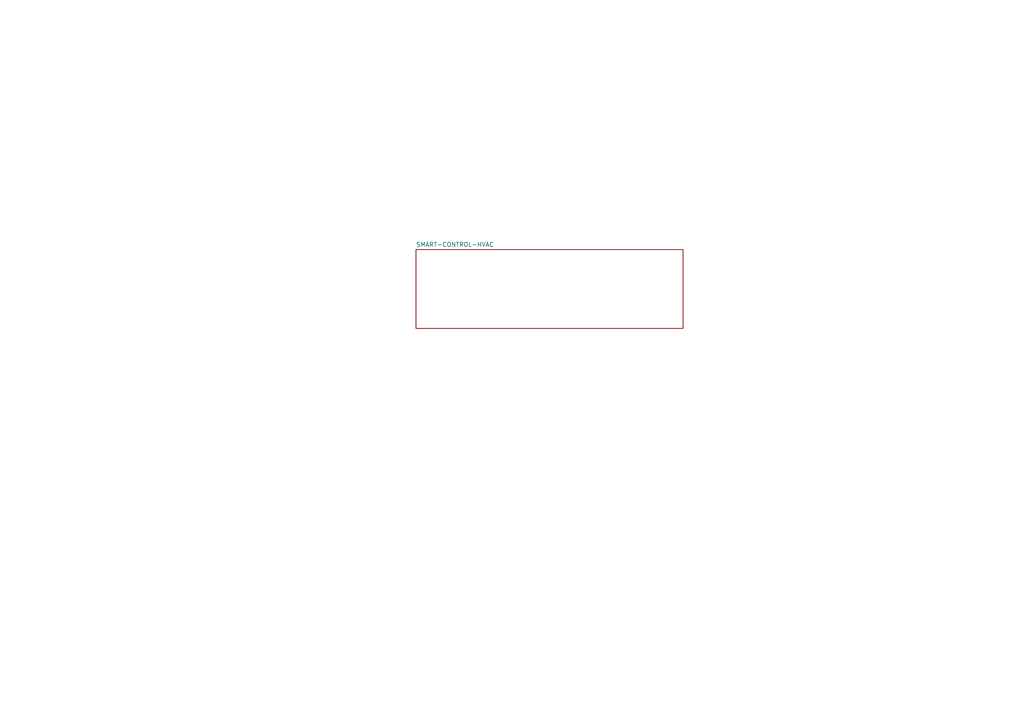
<source format=kicad_sch>
(kicad_sch (version 20230121) (generator eeschema)

  (uuid b66868b8-c283-4ef1-82e8-af9f092560ee)

  (paper "A4")

  (lib_symbols
  )


  (sheet (at 120.65 72.39) (size 77.47 22.86) (fields_autoplaced)
    (stroke (width 0.1524) (type solid))
    (fill (color 0 0 0 0.0000))
    (uuid a72b2232-0de7-4df7-b592-ee0f1cdb2f92)
    (property "Sheetname" "SMART-CONTROL-HVAC" (at 120.65 71.6784 0)
      (effects (font (size 1.27 1.27)) (justify left bottom))
    )
    (property "Sheetfile" "SMART-CONTROL-HVAC.kicad_sch" (at 120.65 95.8346 0)
      (effects (font (size 1.27 1.27)) (justify left top) hide)
    )
    (instances
      (project "proyeto"
        (path "/b66868b8-c283-4ef1-82e8-af9f092560ee" (page "2"))
      )
    )
  )

  (sheet_instances
    (path "/" (page "1"))
  )
)

</source>
